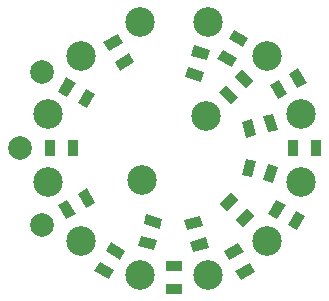
<source format=gbs>
G04 #@! TF.FileFunction,Soldermask,Bot*
%FSLAX46Y46*%
G04 Gerber Fmt 4.6, Leading zero omitted, Abs format (unit mm)*
G04 Created by KiCad (PCBNEW (2014-12-07 BZR 5316)-product) date 05/04/2015 11:00:25*
%MOMM*%
G01*
G04 APERTURE LIST*
%ADD10C,0.100000*%
%ADD11R,0.889000X1.397000*%
%ADD12R,1.397000X0.889000*%
%ADD13C,2.000000*%
%ADD14C,2.500000*%
G04 APERTURE END LIST*
D10*
G36*
X180306581Y-71275413D02*
X181516419Y-71973913D01*
X181071919Y-72743809D01*
X179862081Y-72045309D01*
X180306581Y-71275413D01*
X180306581Y-71275413D01*
G37*
G36*
X179354081Y-72925191D02*
X180563919Y-73623691D01*
X180119419Y-74393587D01*
X178909581Y-73695087D01*
X179354081Y-72925191D01*
X179354081Y-72925191D01*
G37*
G36*
X185772587Y-74515581D02*
X186471087Y-75725419D01*
X185701191Y-76169919D01*
X185002691Y-74960081D01*
X185772587Y-74515581D01*
X185772587Y-74515581D01*
G37*
G36*
X184122809Y-75468081D02*
X184821309Y-76677919D01*
X184051413Y-77122419D01*
X183352913Y-75912581D01*
X184122809Y-75468081D01*
X184122809Y-75468081D01*
G37*
D11*
X187261500Y-81280000D03*
X185356500Y-81280000D03*
D10*
G36*
X186344087Y-87025081D02*
X185645587Y-88234919D01*
X184875691Y-87790419D01*
X185574191Y-86580581D01*
X186344087Y-87025081D01*
X186344087Y-87025081D01*
G37*
G36*
X184694309Y-86072581D02*
X183995809Y-87282419D01*
X183225913Y-86837919D01*
X183924413Y-85628081D01*
X184694309Y-86072581D01*
X184694309Y-86072581D01*
G37*
G36*
X182087919Y-91729087D02*
X180878081Y-92427587D01*
X180433581Y-91657691D01*
X181643419Y-90959191D01*
X182087919Y-91729087D01*
X182087919Y-91729087D01*
G37*
G36*
X181135419Y-90079309D02*
X179925581Y-90777809D01*
X179481081Y-90007913D01*
X180690919Y-89309413D01*
X181135419Y-90079309D01*
X181135419Y-90079309D01*
G37*
D12*
X175260000Y-93154500D03*
X175260000Y-91249500D03*
D10*
G36*
X172914871Y-86861817D02*
X174264269Y-87223387D01*
X174034179Y-88082095D01*
X172684781Y-87720525D01*
X172914871Y-86861817D01*
X172914871Y-86861817D01*
G37*
G36*
X172421821Y-88701905D02*
X173771219Y-89063475D01*
X173541129Y-89922183D01*
X172191731Y-89560613D01*
X172421821Y-88701905D01*
X172421821Y-88701905D01*
G37*
G36*
X176915371Y-72574317D02*
X178264769Y-72935887D01*
X178034679Y-73794595D01*
X176685281Y-73433025D01*
X176915371Y-72574317D01*
X176915371Y-72574317D01*
G37*
G36*
X176422321Y-74414405D02*
X177771719Y-74775975D01*
X177541629Y-75634683D01*
X176192231Y-75273113D01*
X176422321Y-74414405D01*
X176422321Y-74414405D01*
G37*
G36*
X181024414Y-74591258D02*
X182012242Y-75579086D01*
X181383624Y-76207704D01*
X180395796Y-75219876D01*
X181024414Y-74591258D01*
X181024414Y-74591258D01*
G37*
G36*
X179677376Y-75938296D02*
X180665204Y-76926124D01*
X180036586Y-77554742D01*
X179048758Y-76566914D01*
X179677376Y-75938296D01*
X179677376Y-75938296D01*
G37*
G36*
X183667613Y-78338731D02*
X184029183Y-79688129D01*
X183170475Y-79918219D01*
X182808905Y-78568821D01*
X183667613Y-78338731D01*
X183667613Y-78338731D01*
G37*
G36*
X181827525Y-78831781D02*
X182189095Y-80181179D01*
X181330387Y-80411269D01*
X180968817Y-79061871D01*
X181827525Y-78831781D01*
X181827525Y-78831781D01*
G37*
G36*
X184029183Y-82871871D02*
X183667613Y-84221269D01*
X182808905Y-83991179D01*
X183170475Y-82641781D01*
X184029183Y-82871871D01*
X184029183Y-82871871D01*
G37*
G36*
X182189095Y-82378821D02*
X181827525Y-83728219D01*
X180968817Y-83498129D01*
X181330387Y-82148731D01*
X182189095Y-82378821D01*
X182189095Y-82378821D01*
G37*
G36*
X182075742Y-86980914D02*
X181087914Y-87968742D01*
X180459296Y-87340124D01*
X181447124Y-86352296D01*
X182075742Y-86980914D01*
X182075742Y-86980914D01*
G37*
G36*
X180728704Y-85633876D02*
X179740876Y-86621704D01*
X179112258Y-85993086D01*
X180100086Y-85005258D01*
X180728704Y-85633876D01*
X180728704Y-85633876D01*
G37*
G36*
X178201269Y-89687613D02*
X176851871Y-90049183D01*
X176621781Y-89190475D01*
X177971179Y-88828905D01*
X178201269Y-89687613D01*
X178201269Y-89687613D01*
G37*
G36*
X177708219Y-87847525D02*
X176358821Y-88209095D01*
X176128731Y-87350387D01*
X177478129Y-86988817D01*
X177708219Y-87847525D01*
X177708219Y-87847525D01*
G37*
G36*
X169705419Y-92364087D02*
X168495581Y-91665587D01*
X168940081Y-90895691D01*
X170149919Y-91594191D01*
X169705419Y-92364087D01*
X169705419Y-92364087D01*
G37*
G36*
X170657919Y-90714309D02*
X169448081Y-90015809D01*
X169892581Y-89245913D01*
X171102419Y-89944413D01*
X170657919Y-90714309D01*
X170657919Y-90714309D01*
G37*
G36*
X166144413Y-87282419D02*
X165445913Y-86072581D01*
X166215809Y-85628081D01*
X166914309Y-86837919D01*
X166144413Y-87282419D01*
X166144413Y-87282419D01*
G37*
G36*
X167794191Y-86329919D02*
X167095691Y-85120081D01*
X167865587Y-84675581D01*
X168564087Y-85885419D01*
X167794191Y-86329919D01*
X167794191Y-86329919D01*
G37*
D11*
X164782500Y-81280000D03*
X166687500Y-81280000D03*
D10*
G36*
X165445913Y-76487419D02*
X166144413Y-75277581D01*
X166914309Y-75722081D01*
X166215809Y-76931919D01*
X165445913Y-76487419D01*
X165445913Y-76487419D01*
G37*
G36*
X167095691Y-77439919D02*
X167794191Y-76230081D01*
X168564087Y-76674581D01*
X167865587Y-77884419D01*
X167095691Y-77439919D01*
X167095691Y-77439919D01*
G37*
G36*
X169257581Y-72291413D02*
X170467419Y-71592913D01*
X170911919Y-72362809D01*
X169702081Y-73061309D01*
X169257581Y-72291413D01*
X169257581Y-72291413D01*
G37*
G36*
X170210081Y-73941191D02*
X171419919Y-73242691D01*
X171864419Y-74012587D01*
X170654581Y-74711087D01*
X170210081Y-73941191D01*
X170210081Y-73941191D01*
G37*
D13*
X164084000Y-87757000D03*
X162179000Y-81280000D03*
X164084000Y-74803000D03*
D14*
X178132891Y-92001776D03*
X172387109Y-92001776D03*
X167411115Y-89128885D03*
X164538224Y-84152891D03*
X164538224Y-78407109D03*
X167411115Y-73431115D03*
X172387109Y-70558224D03*
X178132891Y-70558224D03*
X183108885Y-73431115D03*
X185981776Y-78407109D03*
X185981776Y-84152891D03*
X183108885Y-89128885D03*
X172550000Y-83980000D03*
X177972720Y-78567280D03*
M02*

</source>
